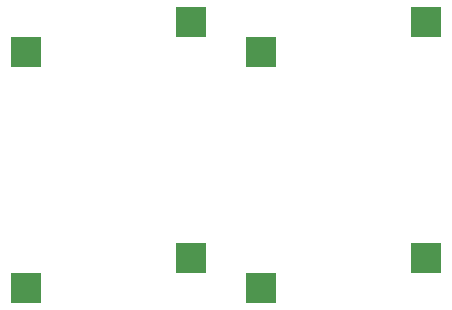
<source format=gbp>
G04 Layer: BottomPasteMaskLayer*
G04 EasyEDA v6.5.47, 2024-10-10 17:33:07*
G04 1afe02ac590648b8963bdaa5cf7a1cf7,02b1cd47abf14eeea88f237cf3128960,10*
G04 Gerber Generator version 0.2*
G04 Scale: 100 percent, Rotated: No, Reflected: No *
G04 Dimensions in millimeters *
G04 leading zeros omitted , absolute positions ,4 integer and 5 decimal *
%FSLAX45Y45*%
%MOMM*%

%ADD10R,2.5500X2.5000*%

%LPD*%
D10*
G01*
X850900Y15849574D03*
G01*
X2247900Y16103574D03*
G01*
X2844800Y15849600D03*
G01*
X4241800Y16103600D03*
G01*
X850900Y13855674D03*
G01*
X2247900Y14109674D03*
G01*
X2844800Y13855674D03*
G01*
X4241800Y14109674D03*
M02*

</source>
